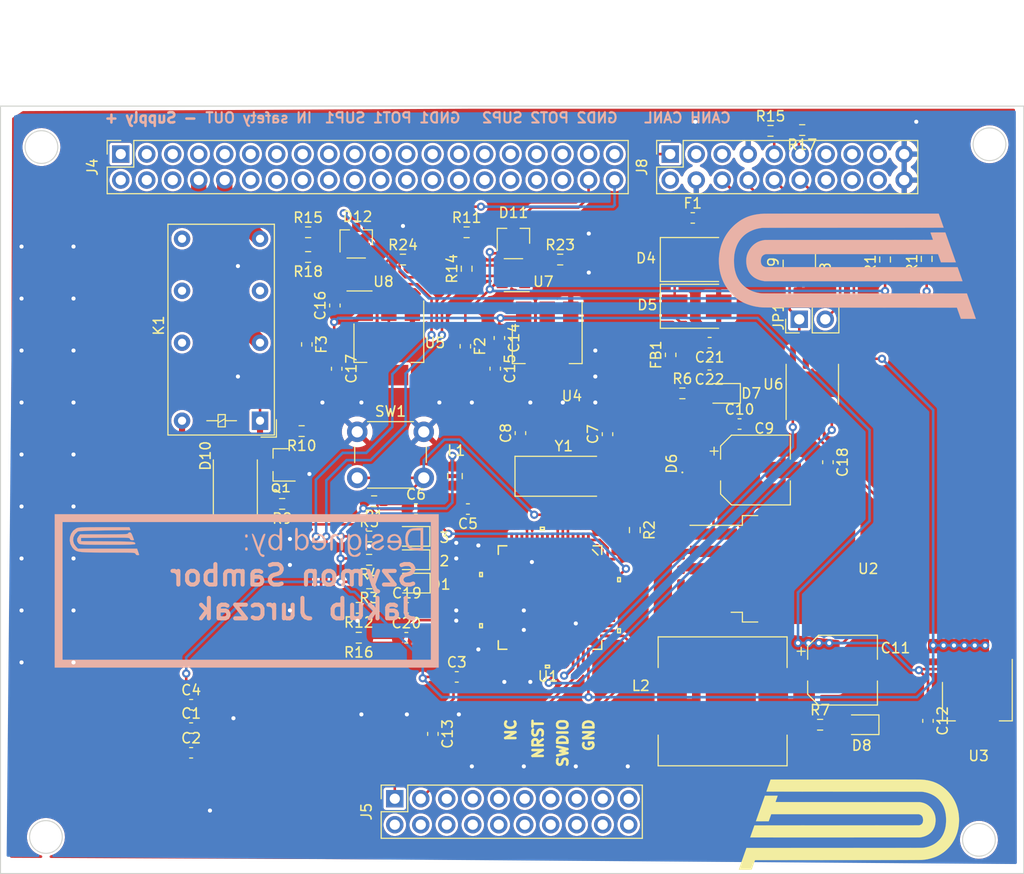
<source format=kicad_pcb>
(kicad_pcb (version 20211014) (generator pcbnew)
  (layers (0 "F.Cu" signal) (31 "B.Cu" signal) (34 "B.Paste" user) (35 "F.Paste" user) (36 "B.SilkS" user "B.Silkscreen") (37 "F.SilkS" user "F.Silkscreen") (38 "B.Mask" user) (39 "F.Mask" user) (44 "Edge.Cuts" user))
  (net 0 "")
  (net 1 "GND")
  (net 2 "/3V3_SYS")
  (net 3 "/3V3_A")
  (net 4 "+24V")
  (net 5 "+5V")
  (net 6 "Net-(C15-Pad1)")
  (net 7 "Net-(C17-Pad1)")
  (net 8 "/NRST")
  (net 9 "/XTAL1")
  (net 10 "/XTAL2")
  (net 11 "Net-(D1-Pad2)")
  (net 12 "/SENSOR1")
  (net 13 "Net-(D2-Pad2)")
  (net 14 "Net-(D3-Pad2)")
  (net 15 "/SENSOR2")
  (net 16 "Net-(D6-Pad1)")
  (net 17 "Net-(D7-Pad2)")
  (net 18 "Net-(D8-Pad2)")
  (net 19 "Net-(D10-Pad1)")
  (net 20 "3V3_POT2")
  (net 21 "3V3_POT1")
  (net 22 "Net-(J2-Pad3)")
  (net 23 "Net-(J3-Pad3)")
  (net 24 "/LED3")
  (net 25 "/LED2")
  (net 26 "/LED1")
  (net 27 "CAN-H")
  (net 28 "Net-(Q1-Pad1)")
  (net 29 "Net-(R2-Pad2)")
  (net 30 "CAN-L")
  (net 31 "Net-(R12-Pad2)")
  (net 32 "Net-(R14-Pad2)")
  (net 33 "Net-(R16-Pad2)")
  (net 34 "Net-(R18-Pad2)")
  (net 35 "SIG_APPS1")
  (net 36 "SIG_APPS2")
  (net 44 "SAFETY-IN")
  (net 46 "SAFETY-OUT")
  (net 50 "Net-(JP1-Pad2)")
  (net 73 "Net-(C10-Pad1)")
  (net 77 "SWD")
  (net 79 "CLK")
  (net 81 "RST")
  (net 100 "Net-(J8-Pad9)")
  (net 101 "Net-(J8-Pad10)")
  (net 102 "Net-(J8-Pad11)")
  (net 103 "Net-(J8-Pad12)")
  (net 114 "/EN_RELAY")
  (net 126 "/CAN-TX")
  (net 127 "/CAN-RX")
  (footprint "Capacitor_SMD:C_0603_1608Metric_Pad1.08x0.95mm_HandSolder" (layer "F.Cu") (at 90.678 113.3602)
    (fp_text reference "C1")
    (fp_text value "100nF")
  )
  (footprint "Capacitor_SMD:C_0603_1608Metric_Pad1.08x0.95mm_HandSolder" (layer "F.Cu") (at 90.675 115.7732)
    (fp_text reference "C2")
    (fp_text value "100nF")
  )
  (footprint "Capacitor_SMD:C_0603_1608Metric_Pad1.08x0.95mm_HandSolder" (layer "F.Cu") (at 116.6368 108.3564)
    (fp_text reference "C3")
    (fp_text value "100nF")
  )
  (footprint "Capacitor_SMD:C_0603_1608Metric_Pad1.08x0.95mm_HandSolder" (layer "F.Cu") (at 90.678 111.0742)
    (fp_text reference "C4")
    (fp_text value "100nF")
  )
  (footprint "Capacitor_SMD:C_0603_1608Metric_Pad1.08x0.95mm_HandSolder" (layer "F.Cu") (at 117.726 91.954 180)
    (fp_text reference "C5")
    (fp_text value "100nF")
  )
  (footprint "Capacitor_SMD:C_0603_1608Metric_Pad1.08x0.95mm_HandSolder" (layer "F.Cu") (at 112.649 91.954)
    (fp_text reference "C6")
    (fp_text value "100nF")
  )
  (footprint "Capacitor_SMD:C_0603_1608Metric_Pad1.08x0.95mm_HandSolder" (layer "F.Cu") (at 131.3688 84.6328 90)
    (fp_text reference "C7")
    (fp_text value "22pF")
  )
  (footprint "Capacitor_SMD:C_0603_1608Metric_Pad1.08x0.95mm_HandSolder" (layer "F.Cu") (at 122.8598 84.5312 90)
    (fp_text reference "C8")
    (fp_text value "22pF")
  )
  (footprint "Capacitor_SMD:CP_Elec_6.3x7.7" (layer "F.Cu") (at 145.829 88.138)
    (fp_text reference "C9")
    (fp_text value "100u")
  )
  (footprint "Capacitor_SMD:C_0603_1608Metric_Pad1.08x0.95mm_HandSolder" (layer "F.Cu") (at 144.272 83.6422)
    (fp_text reference "C10")
    (fp_text value "100nF")
  )
  (footprint "Capacitor_SMD:CP_Elec_6.3x7.7" (layer "F.Cu") (at 154.338 107.696)
    (fp_text reference "C11")
    (fp_text value "220u")
  )
  (footprint "Capacitor_SMD:C_0603_1608Metric_Pad1.08x0.95mm_HandSolder" (layer "F.Cu") (at 162.687 112.652 -90)
    (fp_text reference "C12")
    (fp_text value "100nF")
  )
  (footprint "Capacitor_SMD:C_0603_1608Metric_Pad1.08x0.95mm_HandSolder" (layer "F.Cu") (at 114.3 113.928 -90)
    (fp_text reference "C13")
    (fp_text value "100nF")
  )
  (footprint "Capacitor_SMD:C_0603_1608Metric_Pad1.08x0.95mm_HandSolder" (layer "F.Cu") (at 120.8024 75.2348 -90)
    (fp_text reference "C14")
    (fp_text value "100nF")
  )
  (footprint "Capacitor_SMD:C_0603_1608Metric_Pad1.08x0.95mm_HandSolder" (layer "F.Cu") (at 120.396 78.235 -90)
    (fp_text reference "C15")
    (fp_text value "100nF")
  )
  (footprint "Capacitor_SMD:C_0603_1608Metric_Pad1.08x0.95mm_HandSolder" (layer "F.Cu") (at 104.7242 72.0598 90)
    (fp_text reference "C16")
    (fp_text value "100nF")
  )
  (footprint "Capacitor_SMD:C_0603_1608Metric_Pad1.08x0.95mm_HandSolder" (layer "F.Cu") (at 104.902 78.241 -90)
    (fp_text reference "C17")
    (fp_text value "100nF")
  )
  (footprint "Capacitor_SMD:C_0603_1608Metric_Pad1.08x0.95mm_HandSolder" (layer "F.Cu") (at 152.908 87.376 -90)
    (fp_text reference "C18")
    (fp_text value "100nF")
  )
  (footprint "Capacitor_SMD:C_0603_1608Metric_Pad1.08x0.95mm_HandSolder" (layer "F.Cu") (at 111.76 101.606)
    (fp_text reference "C19")
    (fp_text value "100n")
  )
  (footprint "Capacitor_SMD:C_0603_1608Metric_Pad1.08x0.95mm_HandSolder" (layer "F.Cu") (at 111.711001 104.529001)
    (fp_text reference "C20")
    (fp_text value "100n")
  )
  (footprint "LED_SMD:LED_0805_2012Metric" (layer "F.Cu") (at 112.3465 99.193 180)
    (fp_text reference "D1")
    (fp_text value "LED")
  )
  (footprint "LED_SMD:LED_0805_2012Metric" (layer "F.Cu") (at 112.3165 96.907 180)
    (fp_text reference "D2")
    (fp_text value "LED")
  )
  (footprint "LED_SMD:LED_0805_2012Metric" (layer "F.Cu") (at 112.3165 94.621 180)
    (fp_text reference "D3")
    (fp_text value "LED")
  )
  (footprint "Diode_SMD:D_SMB" (layer "F.Cu") (at 140.081 67.564)
    (fp_text reference "D4")
    (fp_text value "30V")
  )
  (footprint "Diode_SMD:D_SMB" (layer "F.Cu") (at 140.081 72.136)
    (fp_text reference "D5")
    (fp_text value "Fast diode")
  )
  (footprint "Diode_SMD:D_0201_0603Metric" (layer "F.Cu") (at 138.684 87.512 90)
    (fp_text reference "D6")
    (fp_text value "D_Schottky")
  )
  (footprint "LED_SMD:LED_0805_2012Metric" (layer "F.Cu") (at 142.6695 80.645 180)
    (fp_text reference "D7")
    (fp_text value "LED")
  )
  (footprint "LED_SMD:LED_0805_2012Metric" (layer "F.Cu") (at 156.21 113.03 180)
    (fp_text reference "D8")
    (fp_text value "LED")
  )
  (footprint "Package_TO_SOT_SMD:SOT-23" (layer "F.Cu") (at 150.114 68.326 -90)
    (fp_text reference "D9")
    (fp_text value "PESD2CAN.215")
  )
  (footprint "Diode_SMD:D_SMB" (layer "F.Cu") (at 94.996 89.296 90)
    (fp_text reference "D10")
    (fp_text value "DIODE")
  )
  (footprint "Package_TO_SOT_SMD:SOT-23" (layer "F.Cu") (at 122.174 65.278 90)
    (fp_text reference "D11")
    (fp_text value "D_TVS_x2_AAC")
  )
  (footprint "Package_TO_SOT_SMD:SOT-23" (layer "F.Cu") (at 106.807 65.427 90)
    (fp_text reference "D12")
    (fp_text value "D_TVS_x2_AAC")
  )
  (footprint "Fuse:Fuse_0603_1608Metric_Pad1.05x0.95mm_HandSolder" (layer "F.Cu") (at 139.7 63.5)
    (fp_text reference "F1")
    (fp_text value "500mA")
  )
  (footprint "Fuse:Fuse_0603_1608Metric_Pad1.05x0.95mm_HandSolder" (layer "F.Cu") (at 117.475 76.043 -90)
    (fp_text reference "F2")
    (fp_text value "Fuse")
  )
  (footprint "Fuse:Fuse_0603_1608Metric_Pad1.05x0.95mm_HandSolder" (layer "F.Cu") (at 101.981 75.861 -90)
    (fp_text reference "F3")
    (fp_text value "Fuse")
  )
  (footprint "Relay_THT:Relay_DPDT_Finder_30.22" (layer "F.Cu") (at 97.409 83.318 90)
    (fp_text reference "K1")
    (fp_text value "FINDER-30.22")
  )
  (footprint "Inductor_SMD:L_0805_2012Metric" (layer "F.Cu") (at 116.459 88.7305 -90)
    (fp_text reference "L1")
    (fp_text value "10u")
  )
  (footprint "Inductor_SMD:L_12x12mm_H8mm" (layer "F.Cu") (at 142.618 110.744)
    (fp_text reference "L2")
    (fp_text value "33u")
  )
  (footprint "Package_TO_SOT_SMD:SOT-23" (layer "F.Cu") (at 99.441 87.636 180)
    (fp_text reference "Q1")
    (fp_text value "BSS138")
  )
  (footprint "Resistor_SMD:R_0603_1608Metric_Pad0.98x0.95mm_HandSolder" (layer "F.Cu") (at 108.5596 91.186 180)
    (fp_text reference "R1")
    (fp_text value "10k")
  )
  (footprint "Resistor_SMD:R_0603_1608Metric_Pad0.98x0.95mm_HandSolder" (layer "F.Cu") (at 134.0358 94.0054 -90)
    (fp_text reference "R2")
    (fp_text value "10k")
  )
  (footprint "Resistor_SMD:R_0603_1608Metric_Pad0.98x0.95mm_HandSolder" (layer "F.Cu") (at 108.082001 99.215001 180)
    (fp_text reference "R3")
    (fp_text value "300R")
  )
  (footprint "Resistor_SMD:R_0603_1608Metric_Pad0.98x0.95mm_HandSolder" (layer "F.Cu") (at 108.074 96.907 180)
    (fp_text reference "R4")
    (fp_text value "300R")
  )
  (footprint "Resistor_SMD:R_0603_1608Metric_Pad0.98x0.95mm_HandSolder" (layer "F.Cu") (at 108.082001 94.631001)
    (fp_text reference "R5")
    (fp_text value "300R")
  )
  (footprint "Resistor_SMD:R_0603_1608Metric_Pad0.98x0.95mm_HandSolder" (layer "F.Cu") (at 138.684 80.645)
    (fp_text reference "R6")
    (fp_text value "4k7R")
  )
  (footprint "Resistor_SMD:R_0603_1608Metric_Pad0.98x0.95mm_HandSolder" (layer "F.Cu") (at 152.146 113.03)
    (fp_text reference "R7")
    (fp_text value "680R")
  )
  (footprint "Resistor_SMD:R_0603_1608Metric_Pad0.98x0.95mm_HandSolder" (layer "F.Cu") (at 154.1018 68.8086 90)
    (fp_text reference "R8")
    (fp_text value "120R")
  )
  (footprint "Resistor_SMD:R_0603_1608Metric_Pad0.98x0.95mm_HandSolder" (layer "F.Cu") (at 99.571 91.446 180)
    (fp_text reference "R9")
    (fp_text value "100R")
  )
  (footprint "Resistor_SMD:R_0603_1608Metric_Pad0.98x0.95mm_HandSolder" (layer "F.Cu") (at 101.476 84.334 180)
    (fp_text reference "R10")
    (fp_text value "10k")
  )
  (footprint "Resistor_SMD:R_0603_1608Metric_Pad0.98x0.95mm_HandSolder" (layer "F.Cu") (at 117.599 64.903)
    (fp_text reference "R11")
    (fp_text value "220R")
  )
  (footprint "Resistor_SMD:R_0603_1608Metric_Pad0.98x0.95mm_HandSolder" (layer "F.Cu") (at 107.061 101.606 180)
    (fp_text reference "R12")
    (fp_text value "4k7")
  )
  (footprint "Resistor_SMD:R_0603_1608Metric_Pad0.98x0.95mm_HandSolder" (layer "F.Cu") (at 117.602 68.462 90)
    (fp_text reference "R14")
    (fp_text value "0R")
  )
  (footprint "Resistor_SMD:R_0603_1608Metric_Pad0.98x0.95mm_HandSolder" (layer "F.Cu") (at 102.108 64.903)
    (fp_text reference "R15")
    (fp_text value "0R")
  )
  (footprint "Resistor_SMD:R_0603_1608Metric_Pad0.98x0.95mm_HandSolder" (layer "F.Cu") (at 107.061 104.527 180)
    (fp_text reference "R16")
    (fp_text value "4k7")
  )
  (footprint "Resistor_SMD:R_0603_1608Metric_Pad0.98x0.95mm_HandSolder" (layer "F.Cu") (at 102.111 67.316 180)
    (fp_text reference "R18")
    (fp_text value "0R")
  )
  (footprint "Button_Switch_THT:SW_PUSH_6mm" (layer "F.Cu") (at 106.911 84.406)
    (fp_text reference "SW1")
    (fp_text value "SW_Push")
  )
  (footprint "Package_TO_SOT_SMD:TO-263-5_TabPin3" (layer "F.Cu") (at 147.501 97.79)
    (fp_text reference "U2")
    (fp_text value "LM2596S-5")
  )
  (footprint "Package_TO_SOT_SMD:SOT-223-3_TabPin2" (layer "F.Cu") (at 167.513 110.744 -90)
    (fp_text reference "U3")
    (fp_text value "LM1117-3.3")
  )
  (footprint "Package_TO_SOT_SMD:SOT-223-3_TabPin2" (layer "F.Cu") (at 125.476 75.825 -90)
    (fp_text reference "U4")
    (fp_text value "LM1117-3.3")
  )
  (footprint "Package_TO_SOT_SMD:SOT-223-3_TabPin2" (layer "F.Cu") (at 109.999499 75.711999 -90)
    (fp_text reference "U5")
    (fp_text value "LM1117-3.3")
  )
  (footprint "Package_SO:SOIC-8_3.9x4.9mm_P1.27mm" (layer "F.Cu") (at 151.384 79.756 90)
    (fp_text reference "U6")
    (fp_text value "MCP2562-H-SN")
  )
  (footprint "Package_TO_SOT_SMD:SOT-23-5" (layer "F.Cu") (at 122.174 69.094 180)
    (fp_text reference "U7")
    (fp_text value "MCP6001-OT")
  )
  (footprint "Package_TO_SOT_SMD:SOT-23-5" (layer "F.Cu") (at 106.807 69.028 180)
    (fp_text reference "U8")
    (fp_text value "MCP6001-OT")
  )
  (footprint "Crystal:Crystal_SMD_0603-2Pin_6.0x3.5mm_HandSoldering" (layer "F.Cu") (at 127.1016 88.7476)
    (fp_text reference "Y1")
    (fp_text value "Crystal 8 MHz")
  )
  (footprint "Connector_PinHeader_2.54mm:PinHeader_1x02_P2.54mm_Vertical" (layer "F.Cu") (at 150.109 73.406 90)
    (fp_text reference "JP1")
    (fp_text value "Jumper_NC_Small")
  )
  (footprint "footprints:STM32L4P5RET6" (layer "F.Cu") (at 125.75 100.6 -90)
    (fp_text reference "U1")
    (fp_text value "STM32L4P5RET6" hide)
  )
  (footprint "Resistor_SMD:R_0603_1608Metric_Pad0.98x0.95mm_HandSolder" (layer "F.Cu") (at 126.743 67.57)
    (fp_text reference "R23")
    (fp_text value "100k")
  )
  (footprint "Resistor_SMD:R_0603_1608Metric_Pad0.98x0.95mm_HandSolder" (layer "F.Cu") (at 111.376 67.57)
    (fp_text reference "R24")
    (fp_text value "100k")
  )
  (footprint "Capacitor_SMD:C_0603_1608Metric_Pad1.08x0.95mm_HandSolder" (layer "F.Cu") (at 141.348 75.692 180)
    (fp_text reference "C21")
    (fp_text value "C_Small")
  )
  (footprint "Capacitor_SMD:C_0603_1608Metric_Pad1.08x0.95mm_HandSolder" (layer "F.Cu") (at 141.3256 77.851 180)
    (fp_text reference "C22")
    (fp_text value "C_Small")
  )
  (footprint "Inductor_SMD:L_0603_1608Metric_Pad1.05x0.95mm_HandSolder" (layer "F.Cu") (at 137.541 76.8835 90)
    (fp_text reference "FB1")
    (fp_text value "Ferrite_Bead_Small")
  )
  (footprint "Logos:PUTM_LOGO_26mm" (layer "F.Cu") (at 154.305 122.555)
    (fp_text reference "G***" hide)
    (fp_text value "LOGO" hide)
  )
  (footprint "Resistor_SMD:R_0603_1608Metric_Pad0.98x0.95mm_HandSolder" (layer "F.Cu") (at 162.56 67.5025 90)
    (fp_text reference "R13")
    (fp_text value "220R")
  )
  (footprint "Resistor_SMD:R_0603_1608Metric_Pad0.98x0.95mm_HandSolder" (layer "F.Cu") (at 150.3934 54.9148 180)
    (fp_text reference "R17")
    (fp_text value "0R")
  )
  (footprint "Resistor_SMD:R_0603_1608Metric_Pad0.98x0.95mm_HandSolder" (layer "F.Cu") (at 158.496 67.564 90)
    (fp_text reference "R11")
    (fp_text value "220R")
  )
  (footprint "Connector_PinSocket_2.54mm:PinSocket_2x20_P2.54mm_Vertical" (layer "F.Cu") (at 83.8 57.26 90)
    (fp_text reference "J4")
    (fp_text value "Sygnały")
  )
  (footprint "Connector_PinSocket_2.54mm:PinSocket_2x10_P2.54mm_Vertical" (layer "F.Cu") (at 137.5 57.26 90)
    (fp_text reference "J8")
    (fp_text value "Zasilanie+CAN")
  )
  (footprint "Resistor_SMD:R_0603_1608Metric_Pad0.98x0.95mm_HandSolder" (layer "F.Cu") (at 147.2946 54.991)
    (fp_text reference "R15")
    (fp_text value "0R")
  )
  (footprint "Connector_PinSocket_2.54mm:PinSocket_2x10_P2.54mm_Vertical" (layer "F.Cu") (at 110.58 120.26 90)
    (fp_text reference "J5")
    (fp_text value "Diagnostyka")
  )
  (footprint "Logos:SignatureBox37mm" (layer "B.Cu") (at 96.139 99.949 180)
    (fp_text reference "G***" hide)
    (fp_text value "LOGO" hide)
  )
  (footprint "Logos:PUTM_LOGO_30mm" (layer "B.Cu") (at 155.575 67.945 180)
    (fp_text reference "G***" hide)
    (fp_text value "LOGO" hide)
  )
  (gr_line (start 72.046008 52.573201) (end 72.046008 127.573201) (layer "Edge.Cuts") (width 0.1))
  (gr_line (start 172.046008 127.573201) (end 172.046008 52.573201) (layer "Edge.Cuts") (width 0.1))
  (gr_circle (center 76.046008 56.573201) (end 77.646008 56.573201) (layer "Edge.Cuts") (width 0.1) (fill none))
  (gr_line (start 172.046008 52.573201) (end 72.046008 52.573201) (layer "Edge.Cuts") (width 0.1))
  (gr_circle (center 168.7 56.3) (end 170.3 56.3) (layer "Edge.Cuts") (width 0.1) (fill none))
  (gr_line (start 72.046008 127.573201) (end 172.046008 127.573201) (layer "Edge.Cuts") (width 0.1))
  (gr_circle (center 167.669008 124.279201) (end 169.269008 124.279201) (layer "Edge.Cuts") (width 0.1) (fill none))
  (gr_circle (center 76.486008 124) (end 78.086008 124) (layer "Edge.Cuts") (width 0.1) (fill none))
  (gr_text "GND2 POT2 SUP2" (at 125.73 53.721) (layer "B.SilkS") (effects (font (size 1 1) (thickness 0.2)) (justify mirror)))
  (gr_text "GND1 POT1 SUP1" (at 110.363 53.721) (layer "B.SilkS") (effects (font (size 1 1) (thickness 0.2)) (justify mirror)))
  (gr_text "Szymon Sambor" (at 100.711 98.425) (layer "B.SilkS") (effects (font (size 2 2) (thickness 0.4)) (justify mirror)))
  (gr_text "Jakub Jurczak" (at 101.981 101.727) (layer "B.SilkS") (effects (font (size 2 2) (thickness 0.4)) (justify mirror)))
  (gr_text "- Supply +" (at 86.741 53.721) (layer "B.SilkS") (effects (font (size 1 1) (thickness 0.25)) (justify mirror)))
  (gr_text "CANH CANL" (at 139.192 53.721) (layer "B.SilkS") (effects (font (size 1 1) (thickness 0.2)) (justify mirror)))
  (gr_text "IN safety OUT" (at 97.282 53.721) (layer "B.SilkS") (effects (font (size 1 1) (thickness 0.2)) (justify mirror)))
  (gr_text "NC" (at 121.92 113.544 90) (layer "F.SilkS") (effects (font (size 1 1) (thickness 0.25))))
  (gr_text "NRST" (at 124.587 114.433 90) (layer "F.SilkS") (effects (font (size 1 1) (thickness 0.25))))
  (gr_text "GND" (at 129.54 114.052 90) (layer "F.SilkS") (effects (font (size 1 1) (thickness 0.25))))
  (gr_text "SWDIO" (at 127 114.814 90) (layer "F.SilkS") (effects (font (size 1 1) (thickness 0.25))))
  (segment (start 111.696 67.57) (end 111.696 64.6044) (width 0.25) (layer "F.Cu") (net 1))
  (segment (start 120.1239 103.850001) (end 118.886801 103.850001) (width 0.25) (layer "F.Cu") (net 1))
  (segment (start 128.27 104.267) (end 129.000001 104.997001) (width 0.25) (layer "F.Cu") (net 1))
  (segment (start 128.27 103.13) (end 128.27 104.267) (width 0.25) (layer "F.Cu") (net 1))
  (segment (start 110.8202 64.2874) (end 108.6806 66.427) (width 0.25) (layer "F.Cu") (net 1))
  (segment (start 116.586 96.78) (end 117.155999 97.349999) (width 0.25) (layer "F.Cu") (net 1))
  (segment (start 131.3761 97.349999) (end 130.350779 97.349999) (width 0.25) (layer "F.Cu") (net 1))
  (segment (start 130.350779 97.349999) (end 128.27 99.430778) (width 0.25) (layer "F.Cu") (net 1))
  (segment (start 123.9774 94.996501) (end 124.000001 94.9739) (width 0.25) (layer "F.Cu") (net 1))
  (segment (start 111.696 64.6044) (end 111.379 64.2874) (width 0.25) (layer "F.Cu") (net 1))
  (segment (start 129.000001 104.997001) (end 129.000001 106.2261) (width 0.25) (layer "F.Cu") (net 1))
  (segment (start 111.379 64.2874) (end 110.8202 64.2874) (width 0.25) (layer "F.Cu") (net 1))
  (segment (start 117.155999 97.349999) (end 120.1239 97.349999) (width 0.25) (layer "F.Cu") (net 1))
  (segment (start 123.9774 97.1296) (end 123.9774 94.996501) (width 0.25) (layer "F.Cu") (net 1))
  (segment (start 117.8963 102.8595) (end 116.586 102.8595) (width 0.25) (layer "F.Cu") (net 1))
  (segment (start 128.27 99.430778) (end 128.27 103.13) (width 0.25) (layer "F.Cu") (net 1))
  (segment (start 118.886801 103.850001) (end 117.8963 102.8595) (width 0.25) (layer "F.Cu") (net 1))
  (segment (start 108.6806 66.427) (end 107.757 66.427) (width 0.25) (layer "F.Cu") (net 1))
  (segment (start 123.124 66.538) (end 123.124 66.488) (width 0.25) (layer "F.Cu") (net 1))
  (via (at 74.1 71.38) (size 0.8) (drill 0.4) (layers "F.Cu" "B.Cu") (net 1))
  (via (at 116.586 95.256) (size 0.8) (drill 0.4) (layers "F.Cu" "B.Cu") (net 1))
  (via (at 161.544 54.102) (size 0.8) (drill 0.4) (layers "F.Cu" "B.Cu") (net 1))
  (via (at 118.11 81.54) (size 0.8) (drill 0.4) (layers "F.Cu" "B.Cu") (net 1))
  (via (at 123.19 101.86) (size 0.8) (drill 0.4) (layers "F.Cu" "B.Cu") (net 1))
  (via (at 74.1 91.7) (size 0.8) (drill 0.4) (layers "F.Cu" "B.Cu") (net 1))
  (via (at 79.18 91.7) (size 0.8) (drill 0.4) (layers "F.Cu" "B.Cu") (net 1))
  (via (at 107.315 112.02) (size 0.8) (drill 0.4) (layers "F.Cu" "B.Cu") (net 1))
  (via (at 108.077 95.5802) (size 0.8) (drill 0.4) (layers "F.Cu" "B.Cu") (net 1))
  (via (at 95.25 68.205) (size 0.8) (drill 0.4) (layers "F.Cu" "B.Cu") (net 1))
  (via (at 74.1 86.62) (size 0.8) (drill 0.4) (layers "F.Cu" "B.Cu") (net 1))
  (via (at 114.935 81.54) (size 0.8) (drill 0.4) (layers "F.Cu" "B.Cu") (net 1))
  (via (at 102.235 88.525) (size 0.8) (drill 0.4) (layers "F.Cu" "B.Cu") (net 1))
  (via (at 123.825 81.54) (size 0.8) (drill 0.4) (layers "F.Cu" "B.Cu") (net 1))
  (via (at 100.33 94.875) (size 0.8) (drill 0.4) (layers "F.Cu" "B.Cu") (net 1))
  (via (at 128.27 117.1) (size 0.8) (drill 0.4) (layers "F.Cu" "B.Cu") (net 1))
  (via (at 116.586 102.8595) (size 0.8) (drill 0.4) (layers "F.Cu" "B.Cu") (net 1))
  (via (at 79.18 81.54) (size 0.8) (drill 0.4) (layers "F.Cu" "B.Cu") (net 1))
  (via (at 79.18 101.86) (size 0.8) (drill 0.4) (layers "F.Cu" "B.Cu") (net 1))
  (via (at 118.745 105.67) (size 0.8) (drill 0.4) (layers "F.Cu" "B.Cu") (net 1))
  (via (at 127 81.54) (size 0.8) (drill 0.4) (layers "F.Cu" "B.Cu") (net 1))
  (via (at 74.1 101.86) (size 0.8) (drill 0.4) (layers "F.Cu" "B.Cu") (net 1))
  (via (at 100.33 101.86) (size 0.8) (drill 0.4) (layers "F.Cu" "B.Cu") (net 1))
  (via (at 74.1 66.3) (size 0.8) (drill 0.4) (layers "F.Cu" "B.Cu") (net 1))
  (via (at 121.285 108.845) (size 0.8) (drill 0.4) (layers "F.Cu" "B.Cu") (net 1))
  (via (at 92.515 121.418) (size 0.8) (drill 0.4) (layers "F.Cu" "B.Cu") (net 1))
  (via (at 79.18 106.94) (size 0.8) (drill 0.4) (layers "F.Cu" "B.Cu") (net 1))
  (via (at 139.954 54.102) (size 0.8) (drill 0.4) (layers "F.Cu" "B.Cu") (net 1))
  (via (at 94.81 112.395) (size 0.8) (drill 0.4) (layers "F.Cu" "B.Cu") (net 1))
  (via (at 111.76 112.02) (size 0.8) (drill 0.4) (layers "F.Cu" "B.Cu") (net 1))
  (via (at 118.11 117.1) (size 0.8) (drill 0.4) (layers "F.Cu" "B.Cu") (net 1))
  (via (at 74.1 106.94) (size 0.8) (drill 0.4) (layers "F.Cu" "B.Cu") (net 1))
  (via (at 79.18 86.62) (size 0.8) (drill 0.4) (layers "F.Cu" "B.Cu") (net 1))
  (via (at 74.1 81.54) (size 0.8) (drill 0.4) (layers "F.Cu" "B.Cu") (net 1))
  (via (at 111.379 64.2874) (size 0.8) (drill 0.4) (layers "F.Cu" "B.Cu") (net 1))
  (via (at 123.825 108.845) (size 0.8) (drill 0.4) (layers "F.Cu" "B.Cu") (net 1))
  (via (at 74.1 76.46) (size 0.8) (drill 0.4) (layers "F.Cu" "B.Cu") (net 1))
  (via (at 95.25 79) (size 0.8) (drill 0.4) (layers "F.Cu" "B.Cu") (net 1))
  (via (at 123.19 103.765) (size 0.8) (drill 0.4) (layers "F.Cu" "B.Cu") (net 1))
  (via (at 103.505 81.54) (size 0.8) (drill 0.4) (layers "F.Cu" "B.Cu") (net 1))
  (via (at 130.175 81.54) (size 0.8) (drill 0.4) (layers "F.Cu" "B.Cu") (net 1))
  (via (at 79.18 76.46) (size 0.8) (drill 0.4) (layers "F.Cu" "B.Cu") (net 1))
  (via (at 79.18 71.38) (size 0.8) (drill 0.4) (layers "F.Cu" "B.Cu") (net 1))
  (via (at 129.54 65.03) (size 0.8) (drill 0.4) (layers "F.Cu" "B.Cu") (net 1))
  (via (at 130.175 79) (size 0.8) (drill 0.4) (layers "F.Cu" "B.Cu") (net 1))
  (via (at 128.27 103.13) (size 0.8) (drill 0.4) (layers "F.Cu" "B.Cu") (net 1))
  (via (at 129.54 68.84) (size 0.8) (drill 0.4) (layers "F.Cu" "B.Cu") (net 1))
  (via (at 130.175 76.46) (size 0.8) (drill 0.4) (layers "F.Cu" "B.Cu") (net 1))
  (via (at 116.84 112.02) (size 0.8) (drill 0.4) (layers "F.Cu" "B.Cu") (net 1))
  (via (at 106.934 102.876) (size 0.8) (drill 0.4) (layers "F.Cu" "B.Cu") (net 1))
  (via (at 107.315 81.54) (size 0.8) (drill 0.4) (layers "F.Cu" "B.Cu") (net 1))
  (via (at 116.586 96.78) (size 0.8) (drill 0.4) (layers "F.Cu" "B.Cu") (net 1))
  (via (at 100.33 97.415) (size 0.8) (drill 0.4) (layers "F.Cu" "B.Cu") (net 1))
  (via (at 123.19 117.1) (size 0.8) (drill 0.4) (layers "F.Cu" "B.Cu") (net 1))
  (via (at 123.9774 97.1296) (size 0.8) (drill 0.4) (layers "F.Cu" "B.Cu") (net 1))
  (via (at 79.18 66.3) (size 0.8) (drill 0.4) (layers "F.Cu" "B.Cu") (net 1))
  (via (at 79.18 96.78) (size 0.8) (drill 0.4) (layers "F.Cu" "B.Cu") (net 1))
  (via (at 118.745 95.51) (size 0.8) (drill 0.4) (layers "F.Cu" "B.Cu") (net 1))
  (via (at 74.1 96.78) (size 0.8) (drill 0.4) (layers "F.Cu" "B.Cu") (net 1))
  (via (at 116.586 101.86) (size 0.8) (drill 0.4) (layers "F.Cu" "B.Cu") (net 1))
  (via (at 133.35 117.1) (size 0.8) (drill 0.4) (layers "F.Cu" "B.Cu") (net 1))
  (segment (start 121.129223 97.85) (end 120.1239 97.85) (width 0.25) (layer "F.Cu") (net 2))
  (segment (start 90.358 111.0742) (end 90.358 113.3602) (width 0.25) (layer "F.Cu") (net 2))
  (segment (start 105.283 99.066) (end 106.533 99.066) (width 0.25) (layer "F.Cu") (net 2))
  (segment (start 116.3168 108.3564) (end 113.4364 108.3564) (width 0.25) (layer "F.Cu") (net 2))
  (segment (start 130.6101 94.9739) (end 131.3761 95.7399) (width 0.25) (layer "F.Cu") (net 2))
  (segment (start 114.3 112.528) (end 114.3 113.608) (width 0.25) (layer "F.Cu") (net 2))
  (segment (start 127.157846 98.341377) (end 129.5 95.999223) (width 0.25) (layer "F.Cu") (net 2))
  (segment (start 158.1912 77.2668) (end 153.3032 77.2668) (width 0.25) (layer "F.Cu") (net 2))
  (segment (start 116.3168 106.2515) (end 116.3168 108.3564) (width 0.25) (layer "F.Cu") (net 2))
  (segment (start 106.674 96.907) (end 106.547 96.78) (width 0.25) (layer "F.Cu") (net 2))
  (segment (start 129.5146 110.3376) (end 129.5 110.323) (width 0.25) (layer "F.Cu") (net 2))
  (segment (start 116.205 87.539) (end 116.459 87.793) (width 0.4) (layer "F.Cu") (net 2))
  (segment (start 90.1954 110.9116) (end 90.358 111.0742) (width 0.25) (layer "F.Cu") (net 2))
  (segment (start 129.5 110.323) (end 129.5 106.2261) (width 0.25) (layer "F.Cu") (net 2))
  (segment (start 129.5 94.9739) (end 130.6101 94.9739) (width 0.25) (layer "F.Cu") (net 2))
  (segment (start 116.205 86.747) (end 116.205 87.539) (width 0.4) (layer "F.Cu") (net 2))
  (segment (start 105.283 96.78) (end 106.547 96.78) (width 0.25) (layer "F.Cu") (net 2))
  (segment (start 107.762001 99.215001) (end 106.682001 99.215001) (width 0.25) (layer "F.Cu") (net 2))
  (segment (start 121.139223 97.84) (end 121.129223 97.85) (width 0.25) (layer "F.Cu") (net 2))
  (segment (start 118.2283 104.34) (end 116.3168 106.2515) (width 0.25) (layer "F.Cu") (net 2))
  (segment (start 113.4364 108.3564) (end 113.3094 108.4834) (width 0.25) (layer "F.Cu") (net 2))
  (segment (start 106.682001 94.631001) (end 106.672 94.621) (width 0.25) (layer "F.Cu") (net 2))
  (segment (start 121.6406 98.341377) (end 127.157846 98.341377) (width 0.25) (layer "F.Cu") (net 2))
  (segment (start 131.3761 95.7399) (end 131.3761 96.85) (width 0.25) (layer "F.Cu") (net 2))
  (segment (start 106.533 99.066) (end 106.682001 99.215001) (width 0.25) (layer "F.Cu") (net 2))
  (segment (start 121.6406 98.341377) (end 121.139223 97.84) (width 0.25) (layer "F.Cu") (net 2))
  (segment (start 107.5055 91.8905) (end 107.5351 91.8905) (width 0.25) (layer "F.Cu") (net 2))
  (segment (start 118.2283 104.34) (end 121.1231 104.34) (width 0.25) (layer "F.Cu") (net 2))
  (segment (start 153.3032 77.2668) (end 153.289 77.281) (width 0.25) (layer "F.Cu") (net 2))
  (segment (start 107.762001 94.631001) (end 106.682001 94.631001) (width 0.25) (layer "F.Cu") (net 2))
  (segment (start 116.3168 108.3564) (end 116.3168 110.5112) (width 0.25) (layer "F.Cu") (net 2))
  (segment (start 121.6406 103.8225) (end 121.6406 98.341377) (width 0.25) (layer "F.Cu") (net 2))
  (segment (start 90.1954 108.0262) (end 90.1954 110.9116) (width 0.25) (layer "F.Cu") (net 2))
  (segment (start 121.1231 104.34) (end 121.6406 103.8225) (width 0.25) (layer "F.Cu") (net 2))
  (segment (start 90.358 113.3602) (end 90.358 115.7702) (width 0.25) (layer "F.Cu") (net 2))
  (segment (start 129.5 95.999223) (end 129.5 94.9739) (width 0.25) (layer "F.Cu") (net 2))
  (segment (start 105.283 94.621) (end 106.672 94.621) (width 0.25) (layer "F.Cu") (net 2))
  (segment (start 116.3168 110.5112) (end 114.3 112.528) (width 0.25) (layer "F.Cu") (net 2))
  (segment (start 90.358 115.7702) (end 90.355 115.7732) (width 0.25) (layer "F.Cu") (net 2))
  (segment (start 107.5351 91.8905) (end 108.2396 91.186) (width 0.25) (layer "F.Cu") (net 2))
  (segment (start 107.754 96.907) (end 106.674 96.907) (width 0.25) (layer "F.Cu") (net 2))
  (via (at 105.283 94.621) (size 0.8) (drill 0.4) (layers "F.Cu" "B.Cu") (net 2))
  (via (at 167.259 105.283) (size 0.8) (drill 0.4) (layers "F.Cu" "B.Cu") (net 2))
  (via (at 113.3094 108.4834) (size 0.8) (drill 0.4) (layers "F.Cu" "B.Cu") (net 2))
  (via (at 168.275 105.283) (size 0.8) (drill 0.4) (layers "F.Cu" "B.Cu") (net 2))
  (via (at 105.283 99.066) (size 0.8) (drill 0.4) (layers "F.Cu" "B.Cu") (net 2))
  (via (at 166.243 105.283) (size 0.8) (drill 0.4) (layers "F.Cu" "B.Cu") (net 2))
  (via (at 165.227 105.283) (size 0.8) (drill 0.4) (layers "F.Cu" "B.Cu") (net 2))
  (via (at 158.1912 77.2668) (size 0.8) (drill 0.4) (layers "F.Cu" "B.Cu") (net 2))
  (via (at 129.5146 110.3376) (size 0.8) (drill 0.4) (layers "F.Cu" "B.Cu") (net 2))
  (via (at 90.1954 108.0262) (size 0.8) (drill 0.4) (layers "F.Cu" "B.Cu") (net 2))
  (via (at 105.283 96.78) (size 0.8) (drill 0.4) (layers "F.Cu" "B.Cu") (net 2))
  (via (at 107.5055 91.8905) (size 0.8) (drill 0.4) (layers "F.Cu" "B.Cu") (net 2))
  (via (at 163.195 105.283) (size 0.8) (drill 0.4) (layers "F.Cu" "B.Cu") (net 2))
  (via (at 116.205 86.747) (size 0.8) (drill 0.4) (layers "F.Cu" "B.Cu") (net 2))
  (via (at 164.211 105.283) (size 0.8) (drill 0.4) (layers "F.Cu" "B.Cu") (net 2))
  (segment (start 105.283 94.113) (end 107.5055 91.8905) (width 0.25) (layer "B.Cu") (net 2))
  (segment (start 115.1636 110.3376) (end 113.3094 108.4834) (width 0.25) (layer "B.Cu") (net 2))
  (segment (start 163.195 105.283) (end 163.195 108.7374) (width 0.25) (layer "B.Cu") (net 2))
  (segment (start 115.6275 91.8905) (end 116.205 91.313) (width 0.25) (layer "B.Cu") (net 2))
  (segment (start 163.195 108.7374) (end 161.5948 110.3376) (width 0.25) (layer "B.Cu") (net 2))
  (segment (start 163.195 105.283) (end 168.275 105.283) (width 0.25) (layer "B.Cu") (net 2))
  (segment (start 97.5808 99.066) (end 90.1954 106.4514) (width 0.25) (layer "B.Cu") (net 2))
  (segment (start 163.195 105.283) (end 163.195 82.2706) (width 0.25) (layer "B.Cu") (net 2))
  (segment (start 106.651125 100.044511) (end 113.3094 106.702786) (width 0.25) (layer "B.Cu") (net 2))
  (segment (start 161.5948 110.3376) (end 129.5146 110.3376) (width 0.25) (layer "B.Cu") (net 2))
  (segment (start 90.1954 106.4514) (end 90.1954 108.0262) (width 0.25) (layer "B.Cu") (net 2))
  (segment (start 105.283 99.066) (end 97.5808 99.066) (width 0.25) (layer "B.Cu") (net 2))
  (segment (start 105.283 94.621) (end 105.283 99.066) (width 0.25) (layer "B.Cu") (net 2))
  (segment (start 113.3094 106.702786) (end 113.3094 108.4834) (width 0.25) (layer "B.Cu") (net 2))
  (segment (start 106.261511 100.044511) (end 106.651125 100.044511) (width 0.25) (layer "B.Cu") (net 2))
  (segment (start 107.5055 91.8905) (end 115.6275 91.8905) (width 0.25) (layer "B.Cu") (net 2))
  (segment (start 129.5146 110.3376) (end 115.1636 110.3376) (width 0.25) (layer "B.Cu") (net 2))
  (segment (start 116.205 91.313) (end 116.205 86.747) (width 0.25) (layer "B.Cu") (net 2))
  (segment (start 163.195 82.2706) (end 158.1912 77.2668) (width 0.25) (layer "B.Cu") (net 2))
  (segment (start 105.283 94.621) (end 105.283 94.113) (width 0.25) (layer "B.Cu") (net 2))
  (segment (start 105.283 99.066) (end 106.261511 100.044511) (width 0.25) (layer "B.Cu") (net 2))
  (segment (start 118.046 91.954) (end 121.4942 91.954) (width 0.25) (layer "F.Cu") (net 3))
  (segment (start 118.046 89.899) (end 118.046 91.954) (width 0.25) (layer "F.Cu") (net 3))
  (segment (start 123.499999 93.959799) (end 123.499999 94.9739) (width 0.25) (layer "F.Cu") (net 3))
  (segment (start 117.815 89.668) (end 118.046 89.899) (width 0.25) (layer "F.Cu") (net 3))
  (segment (start 116.459 89.668) (end 117.815 89.668) (width 0.25) (layer "F.Cu") (net 3))
  (segment (start 121.4942 91.954) (end 123.499999 93.959799) (width 0.25) (layer "F.Cu") (net 3))
  (segment (start 139.948 75.692) (end 139.694 75.946) (width 0.25) (layer "F.Cu") (net 4))
  (segment (start 135.255 61.849) (end 136.906 63.5) (width 0.25) (layer "F.Cu") (net 4))
  (segment (start 138.1585 75.946) (end 137.541 76.5635) (width 0.25) (layer "F.Cu") (net 4))
  (segment (start 135.78 57.26) (end 135.255 57.785) (width 0.25) (layer "F.Cu") (net 4))
  (segment (start 137.5 57.26) (end 135.78 57.26) (width 0.25) (layer "F.Cu") (net 4))
  (segment (start 141.028 75.692) (end 139.948 75.692) (width 0.25) (layer "F.Cu") (net 4))
  (segment (start 137.931 73.1356) (end 137.931 72.136) (width 0.25) (layer "F.Cu") (net 4))
  (segment (start 139.011 73.675) (end 138.4704 73.675) (width 0.25) (layer "F.Cu") (net 4))
  (segment (start 137.931 67.564) (end 137.931 72.136) (width 0.25) (layer "F.Cu") (net 4))
  (segment (start 139.694 75.946) (end 138.1585 75.946) (width 0.25) (layer "F.Cu") (net 4))
  (segment (start 136.906 63.5) (end 137.45 63.5) (width 0.25) (layer "F.Cu") (net 4))
  (segment (start 135.255 57.785) (end 135.255 61.849) (width 0.25) (layer "F.Cu") (net 4))
  (segment (start 141.028 75.692) (end 139.011 73.675) (width 0.25) (layer "F.Cu") (net 4))
  (segment (start 138.4704 73.675) (end 137.931 73.1356) (width 0.25) (layer "F.Cu") (net 4))
  (segment (start 141.95 63.5) (end 141.95 63.545) (width 0.25) (layer "F.Cu") (net 4))
  (segment (start 141.95 63.545) (end 137.931 67.564) (width 0.25) (layer "F.Cu") (net 4))
  (segment (start 120.904 73.285) (end 122.566 73.285) (width 0.5) (layer "F.Cu") (net 5))
  (segment (start 122.566 73.285) (end 123.176 72.675) (width 0.5) (layer "F.Cu") (net 5))
  (segment (start 153.035 105.047) (end 154.368022 105.047) (width 0.25) (layer "F.Cu") (net 5))
  (segment (start 120.8024 73.3866) (end 120.904 73.285) (width 0.25) (layer "F.Cu") (net 5))
  (segment (start 161.9 107.594) (end 165.213 107.594) (width 0.25) (layer "F.Cu") (net 5))
  (segment (start 161.798 107.696) (end 161.9 107.594) (width 0.25) (layer "F.Cu") (net 5))
  (segment (start 154.368022 105.047) (end 158.75 100.665022) (width 0.25) (layer "F.Cu") (net 5))
  (segment (start 152.908 85.976) (end 152.908 87.056) (width 0.25) (layer "F.Cu") (net 5))
  (segment (start 104.6545 73.6725) (end 104.6545 74.6945) (width 0.25) (layer "F.Cu") (net 5))
  (segment (start 97.409 84.733) (end 94.996 87.146) (width 0.6) (layer "F.Cu") (net 5))
  (segment (start 100.7745 75.2602) (end 97.409 78.6257) (width 0.25) (layer "F.Cu") (net 5))
  (segment (start 104.6545 73.6725) (end 104.6545 72.4495) (width 0.25) (layer "F.Cu") (net 5))
  (segment (start 149.54 110.744) (end 147.568 110.744) (width 0.25) (layer "F.Cu") (net 5))
  (segment (start 161.798 107.696) (end 162.687 108.585) (width 0.25) (layer "F.Cu") (net 5))
  (segment (start 158.75 100.665022) (end 158.75 91.818) (width 0.25) (layer "F.Cu") (net 5))
  (segment (start 104.6545 73.6725) (end 106.588998 73.6725) (width 0.5) (layer "F.Cu") (net 5))
  (segment (start 120.8024 74.9148) (end 120.8024 73.3866) (width 0.25) (layer "F.Cu") (net 5))
  (segment (start 104.6545 72.4495) (end 104.7242 72.3798) (width 0.25) (layer "F.Cu") (net 5))
  (segment (start 97.409 78.6257) (end 97.409 83.318) (width 0.25) (layer "F.Cu") (net 5))
  (segment (start 151.826 113.03) (end 149.54 110.744) (width 0.25) (layer "F.Cu") (net 5))
  (segment (start 162.687 108.585) (end 162.687 112.332) (width 0.25) (layer "F.Cu") (net 5))
  (segment (start 104.6545 74.6945) (end 104.902 74.942) (width 0.25) (layer "F.Cu") (net 5))
  (segment (start 106.588998 73.6725) (end 107.699499 72.561999) (width 0.5) (layer "F.Cu") (net 5))
  (segment (start 152.019 85.087) (end 152.019 82.231) (width 0.25) (layer "F.Cu") (net 5))
  (segment (start 104.902 74.942) (end 104.5838 75.2602) (width 0.25) (layer "F.Cu") (net 5))
  (segment (start 152.908 85.976) (end 152.019 85.087) (width 0.25) (layer "F.Cu") (net 5))
  (segment (start 97.409 84.733) (end 97.409 83.318) (width 0.6) (layer "F.Cu") (net 5))
  (segment (start 152.908 87.056) (end 153.988 87.056) (width 0.25) (layer "F.Cu") (net 5))
  (segment (start 104.5838 75.2602) (end 100.7745 75.2602) (width 0.25) (layer "F.Cu") (net 5))
  (segment (start 153.988 87.056) (end 158.75 91.818) (width 0.25) (layer "F.Cu") (net 5))
  (via (at 151.003 105.047) (size 0.8) (drill 0.4) (layers "F.Cu" "B.Cu") (net 5))
  (via (at 120.904 73.285) (size 0.8) (drill 0.4) (layers "F.Cu" "B.Cu") (net 5))
  (via (at 153.035 105.047) (size 0.8) (drill 0.4) (layers "F.Cu" "B.Cu") (net 5))
  (via (at 161.798 107.696) (size 0.8) (drill 0.4) (layers "F.Cu" "B.Cu") (net 5))
  (via (at 149.987 105.047) (size 0.8) (drill 0.4) (layers "F.Cu" "B.Cu") (net 5))
  (via (at 152.019 105.047) (size 0.8) (drill 0.4) (layers "F.Cu" "B.Cu") (net 5))
  (via (at 104.6545 73.6725) (size 0.8) (drill 0.4) (layers "F.Cu" "B.Cu") (net 5))
  (segment (start 153.035 105.047) (end 149.987 105.047) (width 0.25) (layer "B.Cu") (net 5))
  (segment (start 160.782 107.442) (end 161.036 107.696) (width 0.25) (layer "B.Cu") (net 5))
  (segment (start 161.036 107.696) (end 161.798 107.696) (width 0.25) (layer "B.Cu") (net 5))
  (segment (start 156.972 93.1164) (end 156.972 84.2264) (width 0.25) (layer "B.Cu") (net 5))
  (segment (start 120.904 73.285) (end 105.042 73.285) (width 0.25) (layer "B.Cu") (net 5))
  (segment (start 158.387 105.047) (end 160.782 107.442) (width 0.25) (layer "B.Cu") (net 5))
  (segment (start 105.042 73.285) (end 104.6545 73.6725) (width 0.25) (layer "B.Cu") (net 5))
  (segment (start 149.987 100.1014) (end 156.972 93.1164) (width 0.25) (layer "B.Cu") (net 5))
  (segment (start 156.972 84.2264) (end 146.0306 73.285) (width 0.25) (layer "B.Cu") (net 5))
  (segment (start 153.035 105.047) (end 158.387 105.047) (width 0.25) (layer "B.Cu") (net 5))
  (segment (start 149.987 105.047) (end 149.987 100.1014) (width 0.25) (layer "B.Cu") (net 5))
  (segment (start 146.0306 73.285) (end 120.904 73.285) (width 0.25) (layer "B.Cu") (net 5))
  (segment (start 120.396 77.915) (end 117.853 77.915) (width 0.25) (layer "F.Cu") (net 6))
  (segment (start 120.396 76.835) (end 125.355 76.835) (width 0.25) (layer "F.Cu") (net 6))
  (segment (start 117.853 77.915) (end 117.475 78.293) (width 0.25) (layer "F.Cu") (net 6))
  (segment (start 125.476 78.975) (end 125.476 77.725) (width 0.25) (layer "F.Cu") (net 6))
  (segment (start 118.933 76.835) (end 117.475 78.293) (width 0.25) (layer "F.Cu") (net 6))
  (segment (start 120.396 76.835) (end 118.933 76.835) (width 0.25) (layer "F.Cu") (net 6))
  (segment (start 125.476 76.714) (end 125.476 72.675) (width 0.25) (layer "F.Cu") (net 6))
  (segment (start 125.476 77.725) (end 125.476 76.714) (width 0.25) (layer "F.Cu") (net 6))
  (segment (start 125.355 76.835) (end 125.476 76.714) (width 0.25) (layer "F.Cu") (net 6))
  (segment (start 104.902 76.841) (end 109.999499 76.841) (width 0.25) (layer "F.Cu") (net 7))
  (segment (start 109.999499 78.861999) (end 109.999499 72.561999) (width 0.25) (layer "F.Cu") (net 7))
  (segment (start 109.999499 76.841) (end 109.999499 78.861999) (width 0.25) (layer "F.Cu") (net 7))
  (segment (start 101.981 78.111) (end 103.251 76.841) (width 0.25) (layer "F.Cu") (net 7))
  (segment (start 104.902 77.921) (end 102.171 77.921) (width 0.25) (layer "F.Cu") (net 7))
  (segment (start 102.171 77.921) (end 101.981 78.111) (width 0.25) (layer "F.Cu") (net 7))
  (segment (start 103.251 76.841) (end 104.902 76.841) (width 0.25) (layer "F.Cu") (net 7))
  (segment (start 126.500001 93.948579) (end 125.058222 92.5068) (width 0.25) (layer "F.Cu") (net 8))
  (segment (start 112.329 89.988) (end 113.411 88.906) (width 0.25) (layer "F.Cu") (net 8))
  (segment (start 108.972 91.954) (end 111.249 91.954) (width 0.25) (layer "F.Cu") (net 8))
  (segment (start 126.500001 94.9739) (end 126.500001 93.948579) (width 0.25) (layer "F.Cu") (net 8))
  (segment (start 108.8796 91.186) (end 108.8796 91.8616) (width 0.25) (layer "F.Cu") (net 8))
  (segment (start 112.329 91.954) (end 112.329 89.988) (width 0.25) (layer "F.Cu") (net 8))
  (segment (start 108.8796 91.8616) (end 108.972 91.954) (width 0.25) (layer "F.Cu") (net 8))
  (segment (start 106.911 88.906) (end 113.411 88.906) (width 0.25) (layer "F.Cu") (net 8))
  (segment (start 111.249 91.954) (end 112.329 91.954) (width 0.25) (layer "F.Cu") (net 8))
  (segment (start 125.058222 92.5068) (end 124.206 92.5068) (width 0.25) (layer "F.Cu") (net 8))
  (via (at 124.206 92.5068) (size 0.8) (drill 0.4) (layers "F.Cu" "B.Cu") (net 8))
  (segment (start 115.4176 85.1662) (end 113.411 87.1728) (width 0.25) (layer "B.Cu") (net 8))
  (segment (start 113.411 87.1728) (end 113.411 88.906) (width 0.25) (layer "B.Cu") (net 8))
  (segment (start 116.8654 85.1662) (end 115.4176 85.1662) (width 0.25) (layer "B.Cu") (net 8))
  (segment (start 124.206 92.5068) (end 116.8654 85.1662) (width 0.25) (layer "B.Cu") (net 8))
  (segment (start 130.0141 88.7476) (end 130.0141 90.0851) (width 0.25) (layer "F.Cu") (net 9))
  (segment (start 127.499999 92.599201) (end 127.499999 94.9739) (width 0.25) (layer "F.Cu") (net 9))
  (segment (start 130.0141 90.0851) (end 127.499999 92.599201) (width 0.25) (layer "F.Cu") (net 9))
  (segment (start 130.0141 86.3075) (end 130.0141 88.7476) (width 0.25) (layer "F.Cu") (net 9))
  (segment (start 131.3688 84.9528) (end 130.0141 86.3075) (width 0.25) (layer "F.Cu") (net 9))
  (segment (start 122.8598 84.8512) (end 122.8516 84.8594) (width 0.25) (layer "F.Cu") (net 10))
  (segment (start 122.8598 84.8512) (end 124.1891 86.1805) (width 0.25) (layer "F.Cu") (net 10))
  (segment (start 124.1891 90.0851) (end 127 92.896) (width 0.25) (layer "F.Cu") (net 10))
  (segment (start 127 92.896) (end 127 94.9739) (width 0.25) (layer "F.Cu") (net 10))
  (segment (start 124.1891 88.7476) (end 124.1891 90.0851) (width 0.25) (layer "F.Cu") (net 10))
  (segment (start 124.1891 86.1805) (end 124.1891 88.7476) (width 0.25) (layer "F.Cu") (net 10))
  (segment (start 108.402001 99.215001) (end 111.386999 99.215001) (width 0.25) (layer "F.Cu") (net 11))
  (segment (start 111.386999 99.215001) (end 111.409 99.193) (width 0.25) (layer "F.Cu") (net 11))
  (segment (start 111.44 101.415639) (end 111.44 101.606) (width 0.25) (layer "F.Cu") (net 12))
  (segment (start 111.44 101.606) (end 107.381 101.606) (width 0.25) (layer "F.Cu") (net 12))
  (segment (start 120.1239 100.35) (end 112.505639 100.35) (width 0.25) (layer "F.Cu") (net 12))
  (segment (start 112.505639 100.35) (end 111.44 101.415639) (width 0.25) (layer "F.Cu") (net 12))
  (segment (start 111.379 96.907) (end 108.394 96.907) (width 0.25) (layer "F.Cu") (net 13))
  (segment (start 111.379 94.621) (end 111.368999 94.631001) (width 0.25) (layer "F.Cu") (net 14))
  (segment (start 111.368999 94.631001) (end 108.402001 94.631001) (width 0.25) (layer "F.Cu") (net 14))
  (segment (start 118.578701 100.804701) (end 118.614 100.84) (width 0.25) (layer "F.Cu") (net 15))
  (segment (start 112.923631 102.80601) (end 114.24299 102.80601) (width 0.25) (layer "F.Cu") (net 15))
  (segment (start 120.1139 100.84) (end 120.1239 100.85) (width 0.25) (layer "F.Cu") (net 15))
  (segment (start 114.24299 102.80601) (end 116.244299 100.804701) (width 0.25) (layer "F.Cu") (net 15))
  (segment (start 108.461 104.527) (end 107.381 104.527) (width 0.25) (layer "F.Cu") (net 15))
  (segment (start 116.244299 100.804701) (end 118.578701 100.804701) (width 0.25) (layer "F.Cu") (net 15))
  (segment (start 111.391001 104.33864) (end 112.923631 102.80601) (width 0.25) (layer "F.Cu") (net 15))
  (segment (start 108.463001 104.529001) (end 108.461 104.527) (width 0.25) (layer "F.Cu") (net 15))
  (segment (start 118.614 100.84) (end 120.1139 100.84) (width 0.25) (layer "F.Cu") (net 15))
  (segment (start 111.391001 104.529001) (end 108.463001 104.529001) (width 0.25) (layer "F.Cu") (net 15))
  (segment (start 111.391001 104.529001) (end 111.391001 104.33864) (width 0.25) (layer "F.Cu") (net 15))
  (segment (start 141.732 80.645) (end 139.004 80.645) (width 0.4) (layer "F.Cu") (net 17))
  (segment (start 155.2725 113.03) (end 152.466 113.03) (width 0.25) (layer "F.Cu") (net 18))
  (segment (start 98.441 87.901) (end 98.441 87.636) (width 0.4) (layer "F.Cu") (net 19))
  (segment (start 94.996 91.446) (end 94.996 90.936322) (width 0.6) (layer "F.Cu") (net 19))
  (segment (start 94.996 91.446) (end 94.996 91.346) (width 0.4) (layer "F.Cu") (net 19))
  (segment (start 89.789 84.44937) (end 89.789 83.318) (width 0.6) (layer "F.Cu") (net 19))
  (segment (start 94.996 91.346) (end 98.441 87.901) (width 0.4) (layer "F.Cu") (net 19))
  (segment (start 89.789 85.729322) (end 89.789 84.44937) (width 0.6) (layer "F.Cu") (net 19))
  (segment (start 94.996 90.936322) (end 89.789 85.729322) (width 0.6) (layer "F.Cu") (net 19))
  (segment (start 99.76099 66.45282) (end 99.76099 68.17918) (width 0.25) (layer "F.Cu") (net 20))
  (segment (start 103.508 64.903) (end 102.52119 64.903) (width 0.25) (layer "F.Cu") (net 20))
  (segment (start 105.5878 63.0428) (end 105.857 63.312) (width 0.25) (layer "F.Cu") (net 20))
  (segment (start 101.986 72.831) (end 101.986 69.978) (width 0.25) (layer "F.Cu") (net 20))
  (segment (start 104.927 69.978) (end 105.707 69.978) (width 0.25) (layer "F.Cu") (net 20))
  (segment (start 101.55981 69.978) (end 101.986 69.978) (width 0.25) (layer "F.Cu") (net 20))
  (segment (start 101.981 72.836) (end 101.986 72.831) (width 0.25) (layer "F.Cu") (net 20))
  (segment (start 105.857 63.312) (end 105.857 66.427) (width 0.25) (layer "F.Cu") (net 20))
  (segment (start 99.76099 68.17918) (end 101.55981 69.978) (width 0.25) (layer "F.Cu") (net 20))
  (segment (start 105.857 66.377) (end 105.857 66.427) (width 0.25) (layer "F.Cu") (net 20))
  (segment (start 101.91799 66.10301) (end 100.1108 66.10301) (width 0.25) (layer "F.Cu") (net 20))
  (segment (start 102.428 65.593) (end 101.91799 66.10301) (width 0.25) (layer "F.Cu") (net 20))
  (segment (start 101.986 69.978) (end 104.927 69.978) (width 0.25) (layer "F.Cu") (net 20))
  (segment (start 102.428 64.903) (end 102.428 65.593) (width 0.25) (layer "F.Cu") (net 20))
  (segment (start 162.56 67.8225) (end 162.56 70.6628) (width 0.25) (layer "F.Cu") (net 20))
  (segment (start 104.383 64.903) (end 105.857 66.377) (width 0.25) (layer "F.Cu") (net 20))
  (segment (start 103.508 64.903) (end 104.383 64.903) (width 0.25) (layer "F.Cu") (net 20))
  (segment (start 101.981 73.611) (end 101.981 72.836) (width 0.25) (layer "F.Cu") (net 20))
  (segment (start 100.1108 66.10301) (end 99.76099 66.45282) (width 0.25) (layer "F.Cu") (net 20))
  (via (at 105.5878 63.0428) (size 0.8) (drill 0.4) (layers "F.Cu" "B.Cu") (net 20))
  (via (at 162.56 70.6628) (size 0.8) (drill 0.4) (layers "F.Cu" "B.Cu") (net 20))
  (segment (start 162.56 70.6628) (end 161.860889 71.361911) (width 0.25) (layer "B.Cu") (net 20))
  (segment (start 161.860889 71.361911) (end 114.921689 71.361911) (width 0.25) (layer "B.Cu") (net 20))
  (segment (start 114.921689 71.361911) (end 113.906911 71.361911) (width 0.25) (layer "B.Cu") (net 20))
  (segment (start 113.906911 71.361911) (end 105.5878 63.0428) (width 0.25) (layer "B.Cu") (net 20))
  (segment (start 119.8675 70.4705) (end 120.294 70.044) (width 0.25) (layer "F.Cu") (net 21))
  (segment (start 120.374 66.278) (end 118.999 64.903) (width 0.25) (layer "F.Cu") (net 21))
  (segment (start 158.496 67.884) (end 158.496 70.6374) (width 0.25) (layer "F.Cu") (net 21))
  (segment (start 121.224 66.278) (end 121.224 66.9138) (width 0.25) (layer "F.Cu") (net 21))
  (segment (start 121.1834 66.9544) (end 119.9934 66.9544) (width 0.25) (layer "F.Cu") (net 21))
  (segment (start 119.9934 66.9544) (end 119.8675 66.8285) (width 0.25) (layer "F.Cu") (net 21))
  (segment (start 121.224 66.278) (end 120.374 66.278) (width 0.25) (layer "F.Cu") (net 21))
  (segment (start 117.475 72.863) (end 119.8675 70.4705) (width 0.25) (layer "F.Cu") (net 21))
  (segment (start 117.475 73.793) (end 117.475 72.863) (width 0.25) (layer "F.Cu") (net 21))
  (segment (start 121.224 66.9138) (end 121.1834 66.9544) (width 0.25) (layer "F.Cu") (net 21))
  (segment (start 118.999 64.903) (end 117.919 64.903) (width 0.25) (layer "F.Cu") (net 21))
  (segment (start 120.095 67.056) (end 119.8675 66.8285) (width 0.25) (layer "F.Cu") (net 21))
  (segment (start 120.294 70.044) (end 121.074 70.044) (width 0.25) (layer "F.Cu") (net 21))
  (via (at 119.8675 66.8285) (size 0.8) (drill 0.4) (layers "F.Cu" "B.Cu") (net 21))
  (via (at 119.8675 70.4705) (size 0.8) (drill 0.4) (layers "F.Cu" "B.Cu") (net 21))
  (via (at 158.496 70.6374) (size 0.8) (drill 0.4) (layers "F.Cu" "B.Cu") (net 21))
  (segment (start 120.0344 70.6374) (end 119.8675 70.4705) (width 0.25) (layer "B.Cu") (net 21))
  (segment (start 119.8675 66.8285) (end 119.8675 70.4705) (width 0.25) (layer "B.Cu") (net 21))
  (segment (start 158.496 70.6374) (end 120.0344 70.6374) (width 0.25) (layer "B.Cu") (net 21))
  (segment (start 120.1139 99.839999) (end 120.1239 99.849999) (width 0.25) (layer "F.Cu") (net 24))
  (segment (start 113.284 99.193) (end 114.808 99.193) (width 0.25) (layer "F.Cu") (net 24))
  (segment (start 115.454999 99.839999) (end 120.1139 99.839999) (width 0.25) (layer "F.Cu") (net 24))
  (segment (start 114.808 99.193) (end 115.454999 99.839999) (width 0.25) (layer "F.Cu") (net 24))
  (segment (start 113.254 96.907) (end 114.04741 96.907) (width 0.25) (layer "F.Cu") (net 25))
  (segment (start 120.1139 99.34) (end 120.1239 99.35) (width 0.25) (layer "F.Cu") (net 25))
  (segment (start 116.48041 99.34) (end 120.1139 99.34) (width 0.25) (layer "F.Cu") (net 25))
  (segment (start 114.04741 96.907) (end 116.48041 99.34) (width 0.25) (layer "F.Cu") (net 25))
  (segment (start 117.122001 98.840001) (end 120.1139 98.840001) (width 0.25) (layer "F.Cu") (net 26))
  (segment (start 115.062 95.637) (end 115.062 96.78) (width 0.25) (layer "F.Cu") (net 26))
  (segment (start 113.254 94.621) (end 114.046 94.621) (width 0.25) (layer "F.Cu") (net 26))
  (segment (start 114.046 94.621) (end 115.062 95.637) (width 0.25) (layer "F.Cu") (net 26))
  (segment (start 120.1139 98.840001) (end 120.1239 98.850001) (width 0.25) (layer "F.Cu") (net 26))
  (segment (start 115.062 96.78) (end 117.122001 98.840001) (width 0.25) (layer "F.Cu") (net 26))
  (segment (start 149.164 72.461) (end 150.109 73.406) (width 0.25) (layer "F.Cu") (net 27))
  (segment (start 150.109 75.433) (end 150.749 76.073) (width 0.25) (layer "F.Cu") (net 27))
  (segment (start 142.58 59.8) (end 149.164 66.384) (width 0.25) (layer "F.Cu") (net 27))
  (segment (start 149.164 67.326) (end 149.164 72.461) (width 0.25) (layer "F.Cu") (net 27))
  (segment (start 150.749 76.073) (end 150.749 77.281) (width 0.25) (layer "F.Cu") (net 27))
  (segment (start 149.164 66.384) (end 149.164 67.326) (width 0.25) (layer "F.Cu") (net 27))
  (segment (start 150.109 73.406) (end 150.109 75.433) (width 0.25) (layer "F.Cu") (net 27))
  (segment (start 100.4256 91.446) (end 100.9904 90.8812) (width 0.25) (layer "F.Cu") (net 28))
  (segment (start 102.87 85.408) (end 101.796 84.334) (width 0.25) (layer "F.Cu") (net 28))
  (segment (start 100.441 88.5858) (end 102.87 86.1568) (width 0.25) (layer "F.Cu") (net 28))
  (segment (start 99.891 91.446) (end 100.4256 91.446) (width 0.25) (layer "F.Cu") (net 28))
  (segment (start 102.87 86.1568) (end 102.87 85.408) (width 0.25) (layer "F.Cu") (net 28))
  (segment (start 100.9904 89.1354) (end 100.441 88.586) (width 0.25) (layer "F.Cu") (net 28))
  (segment (start 100.9904 90.8812) (end 100.9904 89.1354) (width 0.25) (layer "F.Cu") (net 28))
  (segment (start 100.491 88.586) (end 100.441 88.586) (width 0.4) (layer "F.Cu") (net 28))
  (segment (start 134.0612 98.1964) (end 134.0612 97.9932) (width 0.25) (layer "F.Cu") (net 29))
  (segment (start 133.407599 98.850001) (end 134.0612 98.1964) (width 0.25) (layer "F.Cu") (net 29))
  (segment (start 134.0612 97.9932) (end 134.0358 97.9678) (width 0.25) (layer "F.Cu") (net 29))
  (segment (start 134.0358 97.9678) (end 134.0358 94.3254) (width 0.25) (layer "F.Cu") (net 29))
  (segment (start 131.3761 98.850001) (end 133.407599 98.850001) (width 0.25) (layer "F.Cu") (net 29))
  (segment (start 154.1018 68.4886) (end 154.1018 68.2468) (width 0.25) (layer "F.Cu") (net 30))
  (segment (start 155.194 75.692) (end 152.654 75.692) (width 0.25) (layer "F.Cu") (net 30))
  (segment (start 154.1018 68.4886) (end 154.292161 68.4886) (width 0.25) (layer "F.Cu") (net 30))
  (segment (start 154.1018 68.2468) (end 153.181 67.326) (width 0.25) (layer "F.Cu") (net 30))
  (segment (start 145.12 60.284) (end 151.064 66.228) (width 0.25) (layer "F.Cu") (net 30))
  (segment (start 154.292161 68.4886) (end 155.448 69.644439) (width 0.25) (layer "F.Cu") (net 30))
  (segment (start 145.12 59.8) (end 145.12 60.284) (width 0.25) (layer "F.Cu") (net 30))
  (segment (start 151.064 66.228) (end 151.064 67.326) (width 0.25) (layer "F.Cu") (net 30))
  (segment (start 152.019 76.327) (end 152.019 77.281) (width 0.25) (layer "F.Cu") (net 30))
  (segment (start 155.448 75.438) (end 155.194 75.692) (width 0.25) (layer "F.Cu") (net 30))
  (segment (start 152.654 75.692) (end 152.019 76.327) (width 0.25) (layer "F.Cu") (net 30))
  (segment (start 155.448 69.644439) (end 155.448 75.438) (width 0.25) (layer "F.Cu") (net 30))
  (segment (start 151.064 67.326) (end 153.181 67.326) (width 0.25) (layer "F.Cu") (net 30))
  (segment (start 122.362 70.044) (end 122.174 69.856) (width 0.25) (layer "F.Cu") (net 31))
  (segment (start 122.174 69.703998) (end 121.636292 69.16629) (width 0.25) (layer "F.Cu") (net 31))
  (segment (start 104.936 101.606) (end 103.886 100.556) (width 0.25) (layer "F.Cu") (net 31))
  (segment (start 117.602 69.342) (end 115.189 71.755) (width 0.25) (layer "F.Cu") (net 31))
  (segment (start 122.174 69.856) (end 122.174 69.703998) (width 0.25) (layer "F.Cu") (net 31))
  (segment (start 115.189 74.936) (end 115.189 71.755) (width 0.25) (layer "F.Cu") (net 31))
  (segment (start 117.602 68.782) (end 117.602 69.342) (width 0.25) (layer "F.Cu") (net 31))
  (segment (start 103.886 100.556) (end 103.886 94.621) (width 0.25) (layer "F.Cu") (net 31))
  (segment (start 106.741 101.606) (end 104.936 101.606) (width 0.25) (layer "F.Cu") (net 31))
  (segment (start 121.636292 69.16629) (end 117.98629 69.16629) (width 0.25) (layer "F.Cu") (net 31))
  (segment (start 123.274 70.044) (end 122.362 70.044) (width 0.25) (layer "F.Cu") (net 31))
  (segment (start 117.98629 69.16629) (end 117.602 68.782) (width 0.25) (layer "F.Cu") (net 31))
  (via (at 103.886 94.621) (size 0.8) (drill 0.4) (layers "F.Cu" "B.Cu") (net 31))
  (via (at 115.189 74.936) (size 0.8) (drill 0.4) (layers "F.Cu" "B.Cu") (net 31))
  (segment (start 105.8672 87.1728) (end 108.204 87.1728) (width 0.25) (layer "B.Cu") (net 31))
  (segment (start 103.886 89.154) (end 105.8672 87.1728) (width 0.25) (layer "B.Cu") (net 31))
  (segment (start 111.633 83.7438) (end 111.633 78.7146) (width 0.25) (layer "B.Cu") (net 31))
  (segment (start 103.886 94.621) (end 103.886 89.154) (width 0.25) (layer "B.Cu") (net 31))
  (segment (start 111.633 78.7146) (end 115.189 75.1586) (width 0.25) (layer "B.Cu") (net 31))
  (segment (start 115.189 75.1586) (end 115.189 74.936) (width 0.25) (layer "B.Cu") (net 31))
  (segment (start 108.204 87.1728) (end 111.633 83.7438) (width 0.25) (layer "B.Cu") (net 31))
  (segment (start 117.604 68.144) (end 117.602 68.142) (width 0.25) (layer "F.Cu") (net 32))
  (segment (start 121.074 68.144) (end 117.604 68.144) (width 0.25) (layer "F.Cu") (net 32))
  (segment (start 104.923001 68.728001) (end 105.877001 68.728001) (width 0.25) (layer "F.Cu") (net 33))
  (segment (start 102.87 102.461) (end 104.936 104.527) (width 0.25) (layer "F.Cu") (net 33))
  (segment (start 102.431 67.316) (end 103.511 67.316) (width 0.25) (layer "F.Cu") (net 33))
  (segment (start 107.127 69.978) (end 107.907 69.978) (width 0.25) (layer "F.Cu") (net 33))
  (segment (start 114.173 71.38) (end 112.771 69.978) (width 0.25) (layer "F.Cu") (net 33))
  (segment (start 112.771 69.978) (end 107.907 69.978) (width 0.25) (layer "F.Cu") (net 33))
  (segment (start 104.936 104.527) (end 106.741 104.527) (width 0.25) (layer "F.Cu") (net 33))
  (segment (start 105.877001 68.728001) (end 107.127 69.978) (width 0.25) (layer "F.Cu") (net 33))
  (segment (start 102.87 94.621) (end 102.87 102.461) (width 0.25) (layer "F.Cu") (net 33))
  (segment (start 114.173 74.936) (end 114.173 71.38) (width 0.25) (layer "F.Cu") (net 33))
  (segment (start 103.511 67.316) (end 104.923001 68.728001) (width 0.25) (layer "F.Cu") (net 33))
  (via (at 102.87 94.621) (size 0.8) (drill 0.4) (layers "F.Cu" "B.Cu") (net 33))
  (via (at 114.173 74.936) (size 0.8) (drill 0.4) (layers "F.Cu" "B.Cu") (net 33))
  (segment (start 102.87 89.0778) (end 105.4862 86.4616) (width 0.25) (layer "B.Cu") (net 33))
  (segment (start 110.3376 83.9216) (end 110.3376 78.7714) (width 0.25) (layer "B.Cu") (net 33))
  (segment (start 107.7976 86.4616) (end 110.3376 83.9216) (width 0.25) (layer "B.Cu") (net 33))
  (segment (start 110.3376 78.7714) (end 114.173 74.936) (width 0.25) (layer "B.Cu") (net 33))
  (segment (start 102.87 89.0778) (end 102.87 94.621) (width 0.25) (layer "B.Cu") (net 33))
  (segment (start 105.4862 86.4616) (end 107.7976 86.4616) (width 0.25) (layer "B.Cu") (net 33))
  (segment (start 101.791 67.125639) (end 101.791 67.316) (width 0.25) (layer "F.Cu") (net 34))
  (segment (start 104.927 66.91881) (end 104.12418 66.11599) (width 0.25) (layer "F.Cu") (net 34))
  (segment (start 104.927 67.503) (end 104.927 66.91881) (width 0.25) (layer "F.Cu") (net 34))
  (segment (start 102.800649 66.11599) (end 101.791 67.125639) (width 0.25) (layer "F.Cu") (net 34))
  (segment (start 104.12418 66.11599) (end 102.800649 66.11599) (width 0.25) (layer "F.Cu") (net 34))
  (segment (start 105.502 68.078) (end 104.927 67.503) (width 0.25) (layer "F.Cu") (net 34))
  (segment (start 105.707 68.078) (end 105.502 68.078) (width 0.25) (layer "F.Cu") (net 34))
  (segment (start 122.174 67.044) (end 123.274 68.144) (width 0.25) (layer "F.Cu") (net 35))
  (segment (start 124.769 68.144) (end 125.343 67.57) (width 0.25) (layer "F.Cu") (net 35))
  (segment (start 123.274 68.144) (end 124.769 68.144) (width 0.25) (layer "F.Cu") (net 35))
  (segment (start 129.54 61.468) (end 128.524 62.484) (width 0.25) (layer "F.Cu") (net 35))
  (segment (start 129.52 59.8) (end 129.52 61.448) (width 0.25) (layer "F.Cu") (net 35))
  (segment (start 123.968 62.484) (end 122.174 64.278) (width 0.25) (layer "F.Cu") (net 35))
  (segment (start 125.343 67.57) (end 126.423 67.57) (width 0.25) (layer "F.Cu") (net 35))
  (segment (start 122.174 64.278) (end 122.174 67.044) (width 0.25) (layer "F.Cu") (net 35))
  (segment (start 128.524 62.484) (end 123.968 62.484) (width 0.25) (layer "F.Cu") (net 35))
  (segment (start 129.52 61.448) (end 129.54 61.468) (width 0.25) (layer "F.Cu") (net 35))
  (segment (start 106.807 65.127) (end 106.807 64.427) (width 0.25) (layer "F.Cu") (net 36))
  (segment (start 111.5988 69.3) (end 113.55 69.3) (width 0.25) (layer "F.Cu") (net 36))
  (segment (start 109.976 67.57) (end 109.468 68.078) (width 0.25) (layer "F.Cu") (net 36))
  (segment (start 107.907 68.078) (end 109.468 68.078) (width 0.25) (layer "F.Cu") (net 36))
  (segment (start 111.5988 69.3) (end 111.056 68.7572) (width 0.25) (layer "F.Cu") (net 36))
  (segment (start 107.702 68.078) (end 106.807 67.183) (width 0.25) (layer "F.Cu") (net 36))
  (segment (start 114.75 63.05) (end 115.4 62.4) (width 0.25) (layer "F.Cu") (net 36))
  (segment (start 109.976 67.57) (end 111.056 67.57) (width 0.25) (layer "F.Cu") (net 36))
  (segment (start 114.75 68.1) (end 114.75 63.05) (width 0.25) (layer "F.Cu") (net 36))
  (segment (start 115.4 62.4) (end 119 62.4) (width 0.25) (layer "F.Cu") (net 36))
  (segment (start 113.55 69.3) (end 114.75 68.1) (width 0.25) (layer "F.Cu") (net 36))
  (segment (start 106.807 67.183) (end 106.807 65.127) (width 0.25) (layer "F.Cu") (net 36))
  (segment (start 107.907 68.078) (end 107.702 68.078) (width 0.25) (layer "F.Cu") (net 36))
  (segment (start 111.056 68.7572) (end 111.056 67.57) (width 0.25) (layer "F.Cu") (net 36))
  (via (at 119 62.4) (size 0.8) (drill 0.4) (layers "F.Cu" "B.Cu") (net 36))
  (segment (start 132.06 59.8) (end 132.06 62.21) (width 0.25) (layer "B.Cu") (net 36))
  (segment (start 131.91 62.4) (end 119 62.4) (width 0.25) (layer "B.Cu") (net 36))
  (segment (start 132.06 62.21) (end 132.08 62.23) (width 0.25) (layer "B.Cu") (net 36))
  (segment (start 132.08 62.23) (end 131.91 62.4) (width 0.25) (layer "B.Cu") (net 36))
  (segment (start 91.42 62.845) (end 91.42 59.8) (width 1.5) (layer "F.Cu") (net 44))
  (segment (start 97.409 75.698) (end 92.71 70.999) (width 1.5) (layer "F.Cu") (net 44))
  (segment (start 92.71 64.135) (end 91.42 62.845) (width 1.5) (layer "F.Cu") (net 44))
  (segment (start 92.71 70.999) (end 92.71 64.135) (width 1.5) (layer "F.Cu") (net 44))
  (segment (start 97.409 65.538) (end 96.012 64.141) (width 1.5) (layer "F.Cu") (net 46))
  (segment (start 95.891 64.141) (end 93.96 62.21) (width 1.5) (layer "F.Cu") (net 46))
  (segment (start 96.012 64.141) (end 95.891 64.141) (width 1.5) (layer "F.Cu") (net 46))
  (segment (start 93.96 62.21) (end 93.96 59.8) (width 1.5) (layer "F.Cu") (net 46))
  (segment (start 152.649 73.406) (end 154.1018 71.9532) (width 0.25) (layer "F.Cu") (net 50))
  (segment (start 154.1018 71.9532) (end 154.1018 69.1286) (width 0.25) (layer "F.Cu") (net 50))
  (segment (start 137.541 77.2035) (end 140.3581 77.2035) (width 0.25) (layer "F.Cu") (net 73))
  (segment (start 137.541 77.821) (end 140.9756 77.821) (width 0.25) (layer "F.Cu") (net 73))
  (segment (start 142.113 82.931) (end 142.8242 83.6422) (width 0.25) (layer "F.Cu") (net 73))
  (segment (start 137.541 77.821) (end 137.541 79.822) (width 0.25) (layer "F.Cu") (net 73))
  (segment (start 140.3581 77.2035) (end 141.0056 77.851) (width 0.25) (layer "F.Cu") (net 73))
  (segment (start 138.364 81.725) (end 139.57 82.931) (width 0.25) (layer "F.Cu") (net 73))
  (segment (start 143.952 83.6422) (end 143.952 87.315) (width 0.25) (layer "F.Cu") (net 73))
  (segment (start 141.726 89.541) (end 141.726 94.39) (width 0.25) (layer "F.Cu") (net 73))
  (segment (start 143.952 87.315) (end 143.129 88.138) (width 0.25) (layer "F.Cu") (net 73))
  (segment (start 140.9756 77.821) (end 141.0056 77.851) (width 0.25) (layer "F.Cu") (net 73))
  (segment (start 137.541 79.822) (end 138.364 80.645) (width 0.25) (layer "F.Cu") (net 73))
  (segment (start 142.8242 83.6422) (end 143.952 83.6422) (width 0.25) (layer "F.Cu") (net 73))
  (segment (start 138.364 80.645) (end 138.364 81.725) (width 0.25) (layer "F.Cu") (net 73))
  (segment (start 143.129 88.138) (end 141.726 89.541) (width 0.25) (layer "F.Cu") (net 73))
  (segment (start 139.57 82.931) (end 142.113 82.931) (width 0.25) (layer "F.Cu") (net 73))
  (segment (start 112.522 116.9162) (end 115.443 116.9162) (width 0.25) (layer "F.Cu") (net 77))
  (segment (start 128.524 108.0516) (end 128.5 108.0276) (width 0.25) (layer "F.Cu") (net 77))
  (segment (start 110.58 118.8582) (end 112.522 116.9162) (width 0.25) (layer "F.Cu") (net 77))
  (segment (start 125.3744 111.2012) (end 128.524 108.0516) (width 0.25) (layer "F.Cu") (net 77))
  (segment (start 128.5 108.0276) (end 128.5 106.2261) (width 0.25) (layer "F.Cu") (net 77))
  (segment (start 115.443 116.9162) (end 121.158 111.2012) (width 0.25) (layer "F.Cu") (net 77))
  (segment (start 110.58 120.26) (end 110.58 118.8582) (width 0.25) (layer "F.Cu") (net 77))
  (segment (start 121.158 111.2012) (end 125.3744 111.2012) (width 0.25) (layer "F.Cu") (net 77))
  (segment (start 133.731 108.1532) (end 133.731 105.156) (width 0.25) (layer "F.Cu") (net 79))
  (segment (start 133.731 105.156) (end 132.925 104.35) (width 0.25) (layer "F.Cu") (net 79))
  (segment (start 121.5438 111.8362) (end 130.048 111.8362) (width 0.25) (layer "F.Cu") (net 79))
  (segment (start 130.048 111.8362) (end 133.731 108.1532) (width 0.25) (layer "F.Cu") (net 79))
  (segment (start 113.12 120.26) (end 121.5438 111.8362) (width 0.25) (layer "F.Cu") (net 79))
  (segment (start 132.925 104.35) (end 131.3761 104.35) (width 0.25) (layer "F.Cu") (net 79))
  (segment (start 147.66 57.26) (end 147.66 55.0364) (width 0.25) (layer "F.Cu") (net 100))
  (segment (start 147.66 55.0364) (end 147.6146 54.991) (width 0.25) (layer "F.Cu") (net 100))
  (segment (start 156.6565 64.262) (end 158.496 66.1015) (width 0.25) (layer "F.Cu") (net 101))
  (segment (start 158.496 66.1015) (end 158.496 67.244) (width 0.25) (layer "F.Cu") (net 101))
  (segment (start 152.122 64.262) (end 156.6565 64.262) (width 0.25) (layer "F.Cu") (net 101))
  (segment (start 147.66 59.8) (end 152.122 64.262) (width 0.25) (layer "F.Cu") (net 101))
  (segment (start 150.2 57.26) (end 150.0734 57.1334) (width 0.25) (layer "F.Cu") (net 102))
  (segment (start 150.0734 57.1334) (end 150.0734 54.9148) (width 0.25) (layer "F.Cu") (net 102))
  (segment (start 153.392 62.992) (end 160.528 62.992) (width 0.25) (layer "F.Cu") (net 103))
  (segment (start 162.56 65.024) (end 162.56 67.1825) (width 0.25) (layer "F.Cu") (net 103))
  (segment (start 160.528 62.992) (end 162.56 65.024) (width 0.25) (layer "F.Cu") (net 103))
  (segment (start 150.2 59.8) (end 153.392 62.992) (width 0.25) (layer "F.Cu") (net 103))
  (segment (start 98.1456 92.4306) (end 99.1616 93.4466) (width 0.25) (layer "F.Cu") (net 114))
  (segment (start 114.872382 93.4466) (end 114.887991 93.430991) (width 0.25) (layer "F.Cu") (net 114))
  (segment (start 131.3761 98.349999) (end 132.612201 98.349999) (width 0.25) (layer "F.Cu") (net 114))
  (segment (start 114.887991 93.430991) (end 115.824 94.367) (width 0.25) (layer "F.Cu") (net 114))
  (segment (start 98.5206 91.446) (end 98.1456 91.821) (width 0.25) (layer "F.Cu") (net 114))
  (segment (start 98.1456 91.821) (end 98.1456 92.4306) (width 0.25) (layer "F.Cu") (net 114))
  (segment (start 99.1616 93.4466) (end 114.872382 93.4466) (width 0.25) (layer "F.Cu") (net 114))
  (segment (start 132.612201 98.349999) (end 133.1722 97.79) (width 0.25) (layer "F.Cu") (net 114))
  (segment (start 99.251 91.446) (end 98.5206 91.446) (width 0.25) (layer "F.Cu") (net 114))
  (via (at 115.824 94.367) (size 0.8) (drill 0.4) (layers "F.Cu" "B.Cu") (net 114))
  (via (at 133.1722 97.79) (size 0.8) (drill 0.4) (layers "F.Cu" "B.Cu") (net 114))
  (segment (start 129.7492 94.367) (end 115.824 94.367) (width 0.25) (layer "B.Cu") (net 114))
  (segment (start 133.1722 97.79) (end 129.7492 94.367) (width 0.25) (layer "B.Cu") (net 114))
  (segment (start 128.000001 107.534199) (end 128.000001 106.2261) (width 0.25) (layer "F.Cu") (net 126))
  (segment (start 127.3048 108.2294) (end 128.000001 107.534199) (width 0.25) (layer "F.Cu") (net 126))
  (segment (start 127.127 108.2294) (end 127.3048 108.2294) (width 0.25) (layer "F.Cu") (net 126))
  (segment (start 149.479 82.231) (end 149.479 83.947) (width 0.25) (layer "F.Cu") (net 126))
  (via (at 149.479 83.947) (size 0.8) (drill 0.4) (layers "F.Cu" "B.Cu") (net 126))
  (via (at 127.127 108.2294) (size 0.8) (drill 0.4) (layers "F.Cu" "B.Cu") (net 126))
  (segment (start 149.479 85.8774) (end 127.127 108.2294) (width 0.25) (layer "B.Cu") (net 126))
  (segment (start 149.479 83.947) (end 149.479 85.8774) (width 0.25) (layer "B.Cu") (net 126))
  (segment (start 125.6284 108.6866) (end 126.9238 107.3912) (width 0.25) (layer "F.Cu") (net 127))
  (segment (start 127.3048 107.3912) (end 127.499999 107.196001) (width 0.25) (layer "F.Cu") (net 127))
  (segment (start 127.499999 107.196001) (end 127.499999 106.2261) (width 0.25) (layer "F.Cu") (net 127))
  (segment (start 126.9238 107.3912) (end 127.3048 107.3912) (width 0.25) (layer "F.Cu") (net 127))
  (segment (start 125.6284 108.9406) (end 125.6284 108.6866) (width 0.25) (layer "F.Cu") (net 127))
  (segment (start 153.289 82.231) (end 153.289 84.2264) (width 0.25) (layer "F.Cu") (net 127))
  (via (at 125.6284 108.9406) (size 0.8) (drill 0.4) (layers "F.Cu" "B.Cu") (net 127))
  (via (at 153.289 84.2264) (size 0.8) (drill 0.4) (layers "F.Cu" "B.Cu") (net 127))
  (segment (start 128.5494 108.966) (end 127.6604 108.966) (width 0.25) (layer "B.Cu") (net 127))
  (segment (start 153.289 84.2264) (end 128.5494 108.966) (width 0.25) (layer "B.Cu") (net 127))
  (segment (start 127.6604 108.966) (end 125.6538 108.966) (width 0.25) (layer "B.Cu") (net 127))
  (segment (start 125.6538 108.966) (end 125.6284 108.9406) (width 0.25) (layer "B.Cu") (net 127))
  (zone (net 2) (net_name "/3V3_SYS") (layer "F.Cu") (priority 1) (connect_pads (clearance 0.508)) (min_thickness 0.254) (fill yes (thermal_gap 0.508) (thermal_bridge_width 0.508))
    (polygon (pts (xy 166.624 115.062) (xy 166.624 106.426) (xy 166.243 106.045) (xy 162.687 106.045) (xy 162.687 104.648) (xy 168.656 104.648) (xy 168.656 115.062)))
  )
  (zone (net 5) (net_name "+5V") (layer "F.Cu") (priority 1) (connect_pads (clearance 0.508)) (min_thickness 0.254) (fill yes (thermal_gap 0.508) (thermal_bridge_width 0.508))
    (polygon (pts (xy 144.272 98.806) (xy 138.176 98.806) (xy 138.176 104.14) (xy 142.367 106.68) (xy 145.415 108.077) (xy 145.415 114.554) (xy 151.638 114.554) (xy 151.638 109.601) (xy 154.051 109.601) (xy 154.051 104.775) (xy 139.192 103.124) (xy 139.192 100.457) (xy 139.192 100.33) (xy 144.272 100.33)))
  )
  (zone (net 16) (net_name "Net-(D6-Pad1)") (layer "F.Cu") (priority 1) (connect_pads (clearance 0.508)) (min_thickness 0.254) (fill yes (thermal_gap 0.508) (thermal_bridge_width 0.508))
    (polygon (pts (xy 142.875 95.504) (xy 139.446 95.504) (xy 138.557 94.742) (xy 138.557 92.075) (xy 139.954 90.932) (xy 139.954 87.884) (xy 135.89 87.884) (xy 135.89 114.3) (xy 136.652 115.189) (xy 139.7 115.189) (xy 140.462 114.3) (xy 140.462 106.807) (xy 137.668 104.648) (xy 137.668 97.282) (xy 138.303 96.901) (xy 144.145 96.901) (xy 144.145 95.504) (xy 143.002 95.504)))
  )
  (zone (net 1) (net_name "GND") (layer "F.Cu") (connect_pads (clearance 0.254)) (min_thickness 0.254) (fill yes (thermal_gap 0.508) (thermal_bridge_width 0.508))
    (polygon (pts (xy 171.2976 126.4412) (xy 72.9742 126.0348) (xy 73.1774 53.721) (xy 73.3806 53.6194) (xy 74.21639 53.057685) (xy 171.19359 52.549685)))
  )
  (zone (net 2) (net_name "/3V3_SYS") (layer "B.Cu") (priority 1) (connect_pads (clearance 0.508)) (min_thickness 0.254) (fill yes (thermal_gap 0.508) (thermal_bridge_width 0.508))
    (polygon (pts (xy 112.268 107.188) (xy 112.268 104.902) (xy 111.887 104.521) (xy 108.331 104.521) (xy 108.331 103.124) (xy 114.3 103.124) (xy 114.3 107.188)))
  )
  (zone (net 1) (net_name "GND") (layer "B.Cu") (connect_pads (clearance 0.254)) (min_thickness 0.254) (fill yes (thermal_gap 0.508) (thermal_bridge_width 0.508))
    (polygon (pts (xy 171.3738 126.6444) (xy 72.644 125.9332) (xy 73.3552 53.5178) (xy 73.9648 53.3146) (xy 171.2722 53.0098)))
  )
)
</source>
